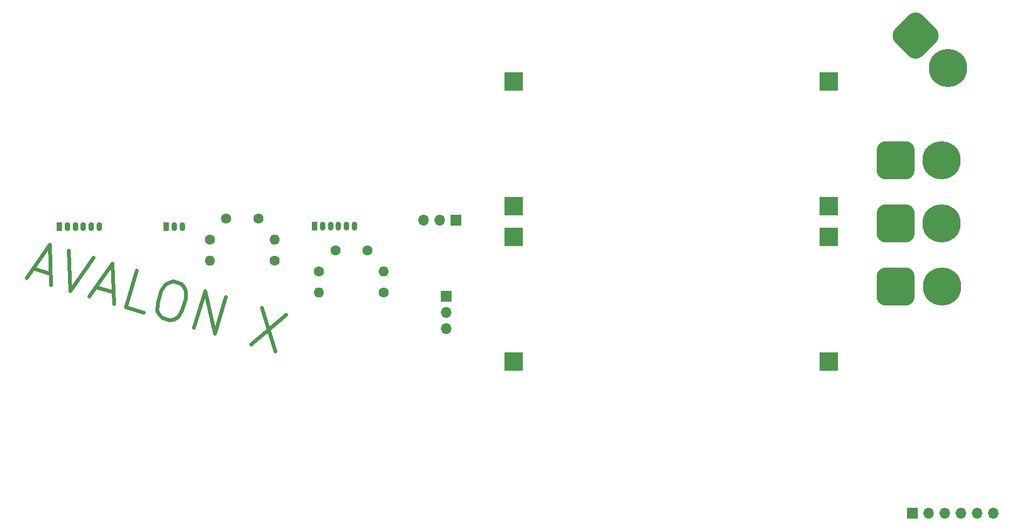
<source format=gbr>
%TF.GenerationSoftware,KiCad,Pcbnew,7.0.0*%
%TF.CreationDate,2023-03-08T15:38:49-05:00*%
%TF.ProjectId,right-side,72696768-742d-4736-9964-652e6b696361,rev?*%
%TF.SameCoordinates,Original*%
%TF.FileFunction,Soldermask,Top*%
%TF.FilePolarity,Negative*%
%FSLAX46Y46*%
G04 Gerber Fmt 4.6, Leading zero omitted, Abs format (unit mm)*
G04 Created by KiCad (PCBNEW 7.0.0) date 2023-03-08 15:38:49*
%MOMM*%
%LPD*%
G01*
G04 APERTURE LIST*
G04 Aperture macros list*
%AMRoundRect*
0 Rectangle with rounded corners*
0 $1 Rounding radius*
0 $2 $3 $4 $5 $6 $7 $8 $9 X,Y pos of 4 corners*
0 Add a 4 corners polygon primitive as box body*
4,1,4,$2,$3,$4,$5,$6,$7,$8,$9,$2,$3,0*
0 Add four circle primitives for the rounded corners*
1,1,$1+$1,$2,$3*
1,1,$1+$1,$4,$5*
1,1,$1+$1,$6,$7*
1,1,$1+$1,$8,$9*
0 Add four rect primitives between the rounded corners*
20,1,$1+$1,$2,$3,$4,$5,0*
20,1,$1+$1,$4,$5,$6,$7,0*
20,1,$1+$1,$6,$7,$8,$9,0*
20,1,$1+$1,$8,$9,$2,$3,0*%
G04 Aperture macros list end*
%ADD10C,0.625000*%
%ADD11RoundRect,0.225000X-0.225000X-0.475000X0.225000X-0.475000X0.225000X0.475000X-0.225000X0.475000X0*%
%ADD12O,0.900000X1.400000*%
%ADD13C,1.600000*%
%ADD14R,1.700000X1.700000*%
%ADD15O,1.700000X1.700000*%
%ADD16O,1.600000X1.600000*%
%ADD17RoundRect,1.500000X-1.500000X-1.500000X1.500000X-1.500000X1.500000X1.500000X-1.500000X1.500000X0*%
%ADD18C,6.000000*%
%ADD19R,3.000000X3.000000*%
%ADD20RoundRect,1.500000X-2.121320X0.000000X0.000000X-2.121320X2.121320X0.000000X0.000000X2.121320X0*%
G04 APERTURE END LIST*
D10*
X76121520Y-103092953D02*
X78861005Y-103904425D01*
X75086739Y-104574349D02*
X78708471Y-99389462D01*
X78708471Y-99389462D02*
X78922018Y-105710411D01*
X81721904Y-100282081D02*
X81935452Y-106603030D01*
X81935452Y-106603030D02*
X85557183Y-101418143D01*
X85983665Y-106014253D02*
X88723150Y-106825726D01*
X84948885Y-107495650D02*
X88570616Y-102310762D01*
X88570616Y-102310762D02*
X88784164Y-108631711D01*
X93441288Y-110011214D02*
X90701803Y-109199742D01*
X90701803Y-109199742D02*
X92405895Y-103446824D01*
X98158814Y-105150916D02*
X99254608Y-105475505D01*
X99254608Y-105475505D02*
X99721358Y-105911748D01*
X99721358Y-105911748D02*
X100106960Y-106621939D01*
X100106960Y-106621939D02*
X100056320Y-107798880D01*
X100056320Y-107798880D02*
X99488289Y-109716520D01*
X99488289Y-109716520D02*
X98889751Y-110731167D01*
X98889751Y-110731167D02*
X98179560Y-111116769D01*
X98179560Y-111116769D02*
X97550516Y-111228423D01*
X97550516Y-111228423D02*
X96454722Y-110903834D01*
X96454722Y-110903834D02*
X95987972Y-110467591D01*
X95987972Y-110467591D02*
X95602370Y-109757400D01*
X95602370Y-109757400D02*
X95653010Y-108580458D01*
X95653010Y-108580458D02*
X96221041Y-106662819D01*
X96221041Y-106662819D02*
X96819578Y-105648172D01*
X96819578Y-105648172D02*
X97529770Y-105262570D01*
X97529770Y-105262570D02*
X98158814Y-105150916D01*
X101385794Y-112364484D02*
X103089886Y-106611566D01*
X103089886Y-106611566D02*
X104673176Y-113338251D01*
X104673176Y-113338251D02*
X106377268Y-107585333D01*
X112020607Y-109256966D02*
X114151794Y-116145946D01*
X115855886Y-110393027D02*
X110316515Y-115009884D01*
D11*
%TO.C,J8*%
X80264000Y-96520000D03*
D12*
X81513999Y-96519999D03*
X82763999Y-96519999D03*
X84013999Y-96519999D03*
X85263999Y-96519999D03*
X86513999Y-96519999D03*
%TD*%
D13*
%TO.C,C1*%
X106466000Y-95250000D03*
X111466000Y-95250000D03*
%TD*%
%TO.C,C2*%
X123601000Y-100322000D03*
X128601000Y-100322000D03*
%TD*%
D14*
%TO.C,J6*%
X140969999Y-107441999D03*
D15*
X140969999Y-109981999D03*
X140969999Y-112521999D03*
%TD*%
D14*
%TO.C,J4*%
X142478999Y-95503999D03*
D15*
X139938999Y-95503999D03*
X137398999Y-95503999D03*
%TD*%
D13*
%TO.C,R4*%
X131141000Y-106926000D03*
D16*
X120980999Y-106925999D03*
%TD*%
D17*
%TO.C,J2*%
X211494000Y-86128000D03*
D18*
X218694000Y-86128000D03*
%TD*%
D11*
%TO.C,J7*%
X97068000Y-96520000D03*
D12*
X98317999Y-96519999D03*
X99567999Y-96519999D03*
%TD*%
D19*
%TO.C,A3*%
X201025999Y-117699999D03*
X201025999Y-98199999D03*
X151525999Y-98199999D03*
X151525999Y-117699999D03*
%TD*%
%TO.C,A1*%
X201025999Y-93315999D03*
X201025999Y-73815999D03*
X151525999Y-73815999D03*
X151525999Y-93315999D03*
%TD*%
D14*
%TO.C,J9*%
X214121999Y-141477999D03*
D15*
X216661999Y-141477999D03*
X219201999Y-141477999D03*
X221741999Y-141477999D03*
X224281999Y-141477999D03*
X226821999Y-141477999D03*
%TD*%
D13*
%TO.C,R2*%
X103886000Y-98552000D03*
D16*
X114045999Y-98551999D03*
%TD*%
D11*
%TO.C,J10*%
X120319000Y-96512000D03*
D12*
X121568999Y-96511999D03*
X122818999Y-96511999D03*
X124068999Y-96511999D03*
X125318999Y-96511999D03*
X126568999Y-96511999D03*
%TD*%
D17*
%TO.C,J3*%
X211494000Y-96034000D03*
D18*
X218694000Y-96034000D03*
%TD*%
D13*
%TO.C,R3*%
X120981000Y-103624000D03*
D16*
X131140999Y-103623999D03*
%TD*%
D17*
%TO.C,J5*%
X211538000Y-105940000D03*
D18*
X218738000Y-105940000D03*
%TD*%
D13*
%TO.C,R1*%
X114046000Y-101854000D03*
D16*
X103885999Y-101853999D03*
%TD*%
D20*
%TO.C,J1*%
X214630000Y-66592000D03*
D18*
X219721169Y-71683169D03*
%TD*%
M02*

</source>
